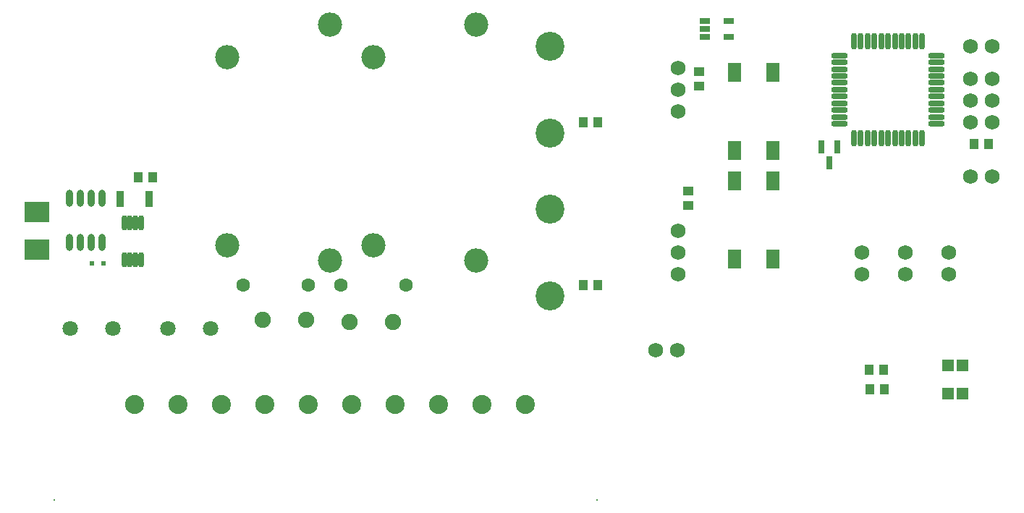
<source format=gts>
G04 Layer_Color=8388736*
%FSLAX24Y24*%
%MOIN*%
G70*
G01*
G75*
%ADD51R,0.0237X0.0237*%
%ADD52R,0.0316X0.0631*%
%ADD53O,0.0316X0.0789*%
%ADD54R,0.0454X0.0395*%
%ADD55R,0.0395X0.0454*%
%ADD56R,0.0631X0.0907*%
%ADD57R,0.0513X0.0316*%
%ADD58O,0.0297X0.0769*%
%ADD59O,0.0769X0.0297*%
%ADD60O,0.0257X0.0710*%
%ADD61R,0.1160X0.0930*%
%ADD62R,0.0336X0.0769*%
%ADD63R,0.0572X0.0552*%
%ADD64C,0.0080*%
%ADD65C,0.1117*%
%ADD66C,0.0631*%
%ADD67C,0.0680*%
%ADD68C,0.0749*%
%ADD69C,0.0879*%
%ADD70C,0.1330*%
%ADD71C,0.0710*%
D51*
X4576Y13013D02*
D03*
X4024D02*
D03*
D52*
X38000Y17626D02*
D03*
X37626Y18374D02*
D03*
X38374D02*
D03*
D53*
X3000Y13953D02*
D03*
X3500D02*
D03*
X4000D02*
D03*
X4500D02*
D03*
X3000Y16000D02*
D03*
X3500D02*
D03*
X4000D02*
D03*
X4500D02*
D03*
D54*
X31500Y15665D02*
D03*
Y16335D02*
D03*
X32000Y21165D02*
D03*
Y21835D02*
D03*
D55*
X45335Y18500D02*
D03*
X44665D02*
D03*
X6835Y16965D02*
D03*
X6165D02*
D03*
X26665Y12000D02*
D03*
X27335D02*
D03*
X26665Y19500D02*
D03*
X27335D02*
D03*
X39831Y8100D02*
D03*
X40500D02*
D03*
X39865Y7200D02*
D03*
X40535D02*
D03*
D56*
X35382Y16791D02*
D03*
X33618D02*
D03*
Y13209D02*
D03*
X35382D02*
D03*
X33618Y18209D02*
D03*
X35382D02*
D03*
Y21791D02*
D03*
X33618D02*
D03*
D57*
X33351Y23426D02*
D03*
Y24174D02*
D03*
X32249D02*
D03*
Y23800D02*
D03*
Y23426D02*
D03*
D58*
X39125Y18776D02*
D03*
X39440D02*
D03*
X39755D02*
D03*
X40070D02*
D03*
X40385D02*
D03*
X40700D02*
D03*
X41015D02*
D03*
X41330D02*
D03*
X41645D02*
D03*
X41960D02*
D03*
X42275D02*
D03*
Y23224D02*
D03*
X41960D02*
D03*
X41645D02*
D03*
X41330D02*
D03*
X41015D02*
D03*
X40700D02*
D03*
X40385D02*
D03*
X40070D02*
D03*
X39755D02*
D03*
X39440D02*
D03*
X39125D02*
D03*
D59*
X42924Y19425D02*
D03*
Y19740D02*
D03*
Y20055D02*
D03*
Y20370D02*
D03*
Y20685D02*
D03*
Y21000D02*
D03*
Y21315D02*
D03*
Y21630D02*
D03*
Y21945D02*
D03*
Y22260D02*
D03*
Y22575D02*
D03*
X38476D02*
D03*
Y22260D02*
D03*
Y21945D02*
D03*
Y21630D02*
D03*
Y21315D02*
D03*
Y21000D02*
D03*
Y20685D02*
D03*
Y20370D02*
D03*
Y20055D02*
D03*
Y19740D02*
D03*
Y19425D02*
D03*
D60*
X5516Y13166D02*
D03*
X5772D02*
D03*
X6028D02*
D03*
X6284D02*
D03*
X5516Y14859D02*
D03*
X5772D02*
D03*
X6028D02*
D03*
X6284D02*
D03*
D61*
X1500Y13630D02*
D03*
Y15370D02*
D03*
D62*
X6679Y15965D02*
D03*
X5321D02*
D03*
D63*
X43456Y7000D02*
D03*
X44144D02*
D03*
X43456Y8300D02*
D03*
X44144D02*
D03*
D64*
X27300Y2100D02*
D03*
X2300D02*
D03*
D65*
X17000Y13839D02*
D03*
Y22500D02*
D03*
X21724Y13130D02*
D03*
Y23996D02*
D03*
X15000Y24000D02*
D03*
Y13134D02*
D03*
X10276Y22504D02*
D03*
Y13843D02*
D03*
D66*
X13996Y12000D02*
D03*
X11004D02*
D03*
X15504D02*
D03*
X18496D02*
D03*
D67*
X31000Y9000D02*
D03*
X30000D02*
D03*
X45500Y21500D02*
D03*
Y20500D02*
D03*
Y19500D02*
D03*
X44500Y21500D02*
D03*
Y20500D02*
D03*
Y19500D02*
D03*
X45500Y17000D02*
D03*
X44500D02*
D03*
X45500Y23000D02*
D03*
X44500D02*
D03*
X31043Y22000D02*
D03*
Y20000D02*
D03*
Y21000D02*
D03*
Y14500D02*
D03*
Y12500D02*
D03*
Y13500D02*
D03*
X43500Y12500D02*
D03*
Y13500D02*
D03*
X41500Y12500D02*
D03*
Y13500D02*
D03*
X39500Y12500D02*
D03*
Y13500D02*
D03*
D68*
X11900Y10400D02*
D03*
X13888D02*
D03*
X15900Y10300D02*
D03*
X17888D02*
D03*
D69*
X6000Y6500D02*
D03*
X8000D02*
D03*
X10000D02*
D03*
X12000D02*
D03*
X14000D02*
D03*
X16000D02*
D03*
X18000D02*
D03*
X20000D02*
D03*
X22000D02*
D03*
X24000D02*
D03*
D70*
X25143Y23000D02*
D03*
Y19000D02*
D03*
Y15500D02*
D03*
Y11500D02*
D03*
D71*
X7516Y10000D02*
D03*
X9484D02*
D03*
X3016D02*
D03*
X4984D02*
D03*
M02*

</source>
